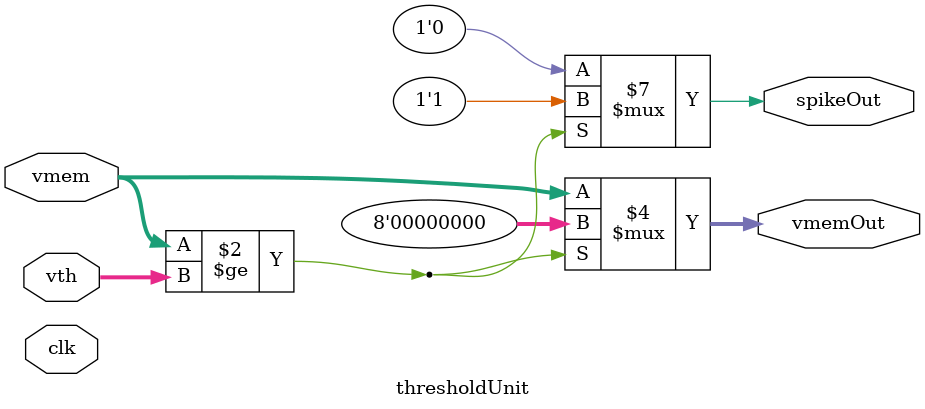
<source format=v>
/*
-----------------------------------------------------
| Created on: 12.07.2018		            						
| Author: Saunak Saha				    
|                                                   
| Department of Electrical and Computer Engineering 
| Iowa State University                             
-----------------------------------------------------
*/

module thresholdUnit
#(
	parameter INTEGER_WIDTH = 8, 
	parameter DATA_WIDTH_FRAC = 0,
	parameter DATA_WIDTH = INTEGER_WIDTH + DATA_WIDTH_FRAC
)
(
	input wire clk,
	// Neuron Parameters
	input wire signed [(DATA_WIDTH-1):0] vth,
	// Membrane Potential
	input wire signed [(DATA_WIDTH-1):0] vmem,
	// Outputs
	output reg signed [(DATA_WIDTH-1):0] vmemOut,
	output reg spikeOut 
);

	always @*
	begin
		if (vmem >= vth) // Spike and reset
		begin
			spikeOut <= 1'b1;
			vmemOut <= 0;
		end
		else // Accumulate potential
		begin
			spikeOut <= 1'b0;
			vmemOut <= vmem;
		end
			
	end

endmodule

</source>
